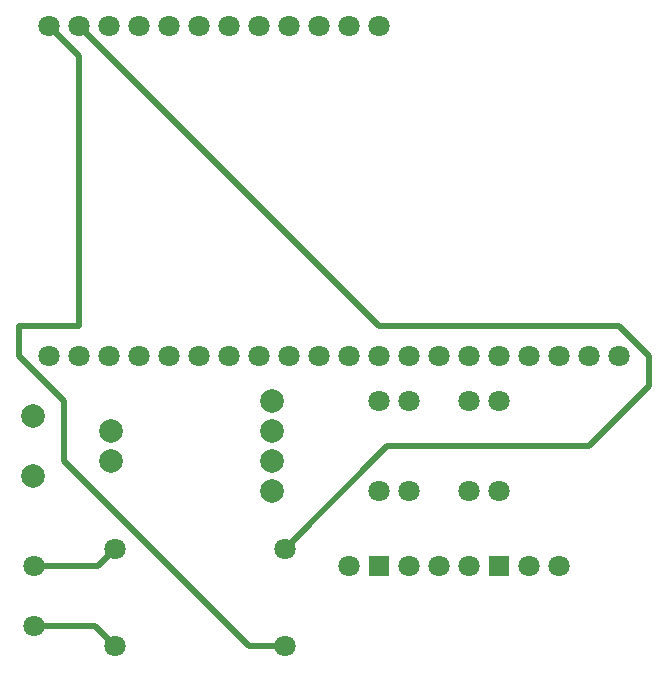
<source format=gbl>
%TF.GenerationSoftware,KiCad,Pcbnew,9.0.0*%
%TF.CreationDate,2025-03-27T02:42:37-07:00*%
%TF.ProjectId,sensor,73656e73-6f72-42e6-9b69-6361645f7063,v0.4*%
%TF.SameCoordinates,Original*%
%TF.FileFunction,Copper,L2,Bot*%
%TF.FilePolarity,Positive*%
%FSLAX46Y46*%
G04 Gerber Fmt 4.6, Leading zero omitted, Abs format (unit mm)*
G04 Created by KiCad (PCBNEW 9.0.0) date 2025-03-27 02:42:37*
%MOMM*%
%LPD*%
G01*
G04 APERTURE LIST*
%TA.AperFunction,ComponentPad*%
%ADD10C,1.800000*%
%TD*%
%TA.AperFunction,ComponentPad*%
%ADD11R,1.800000X1.800000*%
%TD*%
%TA.AperFunction,ComponentPad*%
%ADD12C,2.000000*%
%TD*%
%TA.AperFunction,Conductor*%
%ADD13C,0.500000*%
%TD*%
G04 APERTURE END LIST*
D10*
%TO.P,ESP32_UWB1,1,3V3*%
%TO.N,Net-(CAN_Transreceiver1-3.3V)*%
X118110000Y-107950000D03*
%TO.P,ESP32_UWB1,2,GND*%
%TO.N,Net-(CAN_Transreceiver1-GND)*%
X120650000Y-107950000D03*
%TO.P,ESP32_UWB1,3,RST*%
%TO.N,unconnected-(ESP32_UWB1-RST-Pad3)*%
X123190000Y-107950000D03*
%TO.P,ESP32_UWB1,4,GND*%
%TO.N,unconnected-(ESP32_UWB1-GND-Pad4)*%
X125730000Y-107950000D03*
%TO.P,ESP32_UWB1,5,IO2*%
%TO.N,Net-(CAN_Transreceiver1-CAN_RX)*%
X128270000Y-107950000D03*
%TO.P,ESP32_UWB1,6,IO12*%
%TO.N,Net-(CAN_Transreceiver1-CAN_TX)*%
X130810000Y-107950000D03*
%TO.P,ESP32_UWB1,7,IO13*%
%TO.N,unconnected-(ESP32_UWB1-IO13-Pad7)*%
X133350000Y-107950000D03*
%TO.P,ESP32_UWB1,8,IO14*%
%TO.N,unconnected-(ESP32_UWB1-IO14-Pad8)*%
X135890000Y-107950000D03*
%TO.P,ESP32_UWB1,9,IO15*%
%TO.N,unconnected-(ESP32_UWB1-IO15-Pad9)*%
X138430000Y-107950000D03*
%TO.P,ESP32_UWB1,10,IO18*%
%TO.N,unconnected-(ESP32_UWB1-IO18-Pad10)*%
X140970000Y-107950000D03*
%TO.P,ESP32_UWB1,11,IO19*%
%TO.N,unconnected-(ESP32_UWB1-IO19-Pad11)*%
X143510000Y-107950000D03*
%TO.P,ESP32_UWB1,12,IO25*%
%TO.N,Net-(ESP32_UWB1-IO25)*%
X146050000Y-107950000D03*
%TO.P,ESP32_UWB1,13,IO26*%
%TO.N,Net-(ESP32_UWB1-IO26)*%
X148590000Y-107950000D03*
%TO.P,ESP32_UWB1,14,IO27*%
%TO.N,unconnected-(ESP32_UWB1-IO27-Pad14)*%
X151130000Y-107950000D03*
%TO.P,ESP32_UWB1,15,IO32*%
%TO.N,Net-(ESP32_UWB1-IO32)*%
X153670000Y-107950000D03*
%TO.P,ESP32_UWB1,16,IO33*%
%TO.N,Net-(ESP32_UWB1-IO33)*%
X156210000Y-107950000D03*
%TO.P,ESP32_UWB1,17,IO34*%
%TO.N,unconnected-(ESP32_UWB1-IO34-Pad17)*%
X158750000Y-107950000D03*
%TO.P,ESP32_UWB1,18,IO35*%
%TO.N,unconnected-(ESP32_UWB1-IO35-Pad18)*%
X161290000Y-107950000D03*
%TO.P,ESP32_UWB1,19,IO36*%
%TO.N,unconnected-(ESP32_UWB1-IO36-Pad19)*%
X163830000Y-107950000D03*
%TO.P,ESP32_UWB1,20,IO39*%
%TO.N,unconnected-(ESP32_UWB1-IO39-Pad20)*%
X166370000Y-107950000D03*
%TO.P,ESP32_UWB1,21,5V0*%
%TO.N,Net-(5V_Regulator1-OUT+)*%
X118110000Y-80010000D03*
%TO.P,ESP32_UWB1,22,GND*%
%TO.N,Net-(5V_Regulator1-OUT-)*%
X120650000Y-80010000D03*
%TO.P,ESP32_UWB1,23,IO3*%
%TO.N,unconnected-(ESP32_UWB1-IO3-Pad23)*%
X123190000Y-80010000D03*
%TO.P,ESP32_UWB1,24,IO1*%
%TO.N,unconnected-(ESP32_UWB1-IO1-Pad24)*%
X125730000Y-80010000D03*
%TO.P,ESP32_UWB1,25,IO0*%
%TO.N,unconnected-(ESP32_UWB1-IO0-Pad25)*%
X128270000Y-80010000D03*
%TO.P,ESP32_UWB1,26,IO4*%
%TO.N,unconnected-(ESP32_UWB1-IO4-Pad26)*%
X130810000Y-80010000D03*
%TO.P,ESP32_UWB1,27,IO5*%
%TO.N,unconnected-(ESP32_UWB1-IO5-Pad27)*%
X133350000Y-80010000D03*
%TO.P,ESP32_UWB1,28,IO16*%
%TO.N,unconnected-(ESP32_UWB1-IO16-Pad28)*%
X135890000Y-80010000D03*
%TO.P,ESP32_UWB1,29,IO17*%
%TO.N,unconnected-(ESP32_UWB1-IO17-Pad29)*%
X138430000Y-80010000D03*
%TO.P,ESP32_UWB1,30,IO21*%
%TO.N,unconnected-(ESP32_UWB1-IO21-Pad30)*%
X140970000Y-80010000D03*
%TO.P,ESP32_UWB1,31,IO22*%
%TO.N,unconnected-(ESP32_UWB1-IO22-Pad31)*%
X143510000Y-80010000D03*
%TO.P,ESP32_UWB1,32,IO23*%
%TO.N,unconnected-(ESP32_UWB1-IO23-Pad32)*%
X146050000Y-80010000D03*
%TD*%
%TO.P,R3,1*%
%TO.N,Net-(TAG_LED1-R)*%
X153670000Y-119380000D03*
%TO.P,R3,2*%
%TO.N,Net-(ESP32_UWB1-IO32)*%
X153670000Y-111760000D03*
%TD*%
%TO.P,R1,1*%
%TO.N,Net-(SERVER_LED1-R)*%
X146050000Y-119380000D03*
%TO.P,R1,2*%
%TO.N,Net-(ESP32_UWB1-IO25)*%
X146050000Y-111760000D03*
%TD*%
%TO.P,R2,1*%
%TO.N,Net-(SERVER_LED1-G)*%
X148590000Y-119380000D03*
%TO.P,R2,2*%
%TO.N,Net-(ESP32_UWB1-IO26)*%
X148590000Y-111760000D03*
%TD*%
%TO.P,SERVER_LED1,1,R*%
%TO.N,Net-(SERVER_LED1-R)*%
X143510000Y-125730000D03*
D11*
%TO.P,SERVER_LED1,2,VCC*%
%TO.N,Net-(CAN_Transreceiver1-3.3V)*%
X146050000Y-125730000D03*
D10*
%TO.P,SERVER_LED1,3,G*%
%TO.N,Net-(SERVER_LED1-G)*%
X148590000Y-125730000D03*
%TO.P,SERVER_LED1,4,B*%
%TO.N,unconnected-(SERVER_LED1-B-Pad4)*%
X151130000Y-125730000D03*
%TD*%
%TO.P,5V_Regulator1,1,IN-*%
%TO.N,Net-(2_PIN_Connector1-Pin_1)*%
X123750000Y-124230000D03*
%TO.P,5V_Regulator1,2,IN+*%
%TO.N,Net-(2_PIN_Connector1-Pin_2)*%
X123750000Y-132510000D03*
%TO.P,5V_Regulator1,3,OUT-*%
%TO.N,Net-(5V_Regulator1-OUT-)*%
X138070000Y-124230000D03*
%TO.P,5V_Regulator1,4,OUT+*%
%TO.N,Net-(5V_Regulator1-OUT+)*%
X138070000Y-132510000D03*
%TD*%
%TO.P,TAG_LED1,1,R*%
%TO.N,Net-(TAG_LED1-R)*%
X153670000Y-125730000D03*
D11*
%TO.P,TAG_LED1,2,VCC*%
%TO.N,Net-(CAN_Transreceiver1-3.3V)*%
X156210000Y-125730000D03*
D10*
%TO.P,TAG_LED1,3,G*%
%TO.N,Net-(TAG_LED1-G)*%
X158750000Y-125730000D03*
%TO.P,TAG_LED1,4,B*%
%TO.N,unconnected-(TAG_LED1-B-Pad4)*%
X161290000Y-125730000D03*
%TD*%
D12*
%TO.P,CAN_Transreceiver1,1,3.3V*%
%TO.N,Net-(CAN_Transreceiver1-3.3V)*%
X137030000Y-119380000D03*
%TO.P,CAN_Transreceiver1,2,GND*%
%TO.N,Net-(CAN_Transreceiver1-GND)*%
X137030000Y-116840000D03*
%TO.P,CAN_Transreceiver1,3,CAN_RX*%
%TO.N,Net-(CAN_Transreceiver1-CAN_RX)*%
X137030000Y-114300000D03*
%TO.P,CAN_Transreceiver1,4,CAN_TX*%
%TO.N,Net-(CAN_Transreceiver1-CAN_TX)*%
X137030000Y-111760000D03*
%TO.P,CAN_Transreceiver1,5,CANL*%
%TO.N,unconnected-(CAN_Transreceiver1-CANL-Pad5)*%
X116730000Y-118110000D03*
%TO.P,CAN_Transreceiver1,6,CANH*%
%TO.N,unconnected-(CAN_Transreceiver1-CANH-Pad6)*%
X116730000Y-113030000D03*
%TO.P,CAN_Transreceiver1,7,R120*%
%TO.N,unconnected-(CAN_Transreceiver1-R120-Pad7)*%
X123330000Y-116840000D03*
%TO.P,CAN_Transreceiver1,8,R120*%
%TO.N,unconnected-(CAN_Transreceiver1-R120-Pad8)*%
X123330000Y-114300000D03*
%TD*%
D10*
%TO.P,R4,1*%
%TO.N,Net-(TAG_LED1-G)*%
X156210000Y-119380000D03*
%TO.P,R4,2*%
%TO.N,Net-(ESP32_UWB1-IO33)*%
X156210000Y-111760000D03*
%TD*%
%TO.P,2_PIN_Connector1,1,Pin_1*%
%TO.N,Net-(2_PIN_Connector1-Pin_1)*%
X116840000Y-125730000D03*
%TO.P,2_PIN_Connector1,2,Pin_2*%
%TO.N,Net-(2_PIN_Connector1-Pin_2)*%
X116840000Y-130810000D03*
%TD*%
D13*
%TO.N,Net-(5V_Regulator1-OUT-)*%
X146730000Y-115570000D02*
X138070000Y-124230000D01*
X120650000Y-80010000D02*
X146050000Y-105410000D01*
X166370000Y-105410000D02*
X168910000Y-107950000D01*
X146050000Y-105410000D02*
X166370000Y-105410000D01*
X168910000Y-110490000D02*
X163830000Y-115570000D01*
X163830000Y-115570000D02*
X146730000Y-115570000D01*
X168910000Y-107950000D02*
X168910000Y-110490000D01*
%TO.N,Net-(5V_Regulator1-OUT+)*%
X119380000Y-116840000D02*
X135050000Y-132510000D01*
X115570000Y-105410000D02*
X115570000Y-107950000D01*
X120650000Y-82550000D02*
X120650000Y-105410000D01*
X118110000Y-80010000D02*
X120650000Y-82550000D01*
X119380000Y-111760000D02*
X119380000Y-116840000D01*
X115570000Y-107950000D02*
X119380000Y-111760000D01*
X135050000Y-132510000D02*
X138070000Y-132510000D01*
X120650000Y-105410000D02*
X115570000Y-105410000D01*
%TO.N,Net-(2_PIN_Connector1-Pin_1)*%
X116840000Y-125730000D02*
X122250000Y-125730000D01*
X122250000Y-125730000D02*
X123750000Y-124230000D01*
%TO.N,Net-(2_PIN_Connector1-Pin_2)*%
X122050000Y-130810000D02*
X123750000Y-132510000D01*
X116840000Y-130810000D02*
X122050000Y-130810000D01*
%TD*%
M02*

</source>
